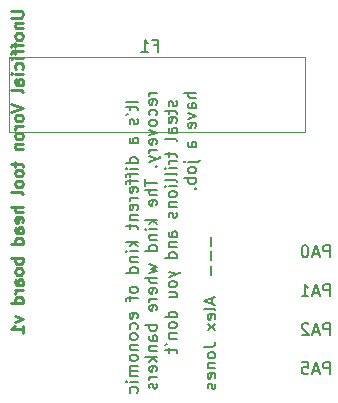
<source format=gbr>
G04 #@! TF.GenerationSoftware,KiCad,Pcbnew,(5.1.5)-3*
G04 #@! TF.CreationDate,2020-07-07T21:27:08-07:00*
G04 #@! TF.ProjectId,tool_head,746f6f6c-5f68-4656-9164-2e6b69636164,B*
G04 #@! TF.SameCoordinates,Original*
G04 #@! TF.FileFunction,Legend,Bot*
G04 #@! TF.FilePolarity,Positive*
%FSLAX46Y46*%
G04 Gerber Fmt 4.6, Leading zero omitted, Abs format (unit mm)*
G04 Created by KiCad (PCBNEW (5.1.5)-3) date 2020-07-07 21:27:08*
%MOMM*%
%LPD*%
G04 APERTURE LIST*
%ADD10C,0.150000*%
%ADD11C,0.250000*%
%ADD12C,0.120000*%
G04 APERTURE END LIST*
D10*
X158822380Y-49347500D02*
X157822380Y-49347500D01*
X158155714Y-49680833D02*
X158155714Y-50061785D01*
X157822380Y-49823690D02*
X158679523Y-49823690D01*
X158774761Y-49871309D01*
X158822380Y-49966547D01*
X158822380Y-50061785D01*
X157822380Y-50442738D02*
X158012857Y-50347500D01*
X158774761Y-50823690D02*
X158822380Y-50918928D01*
X158822380Y-51109404D01*
X158774761Y-51204642D01*
X158679523Y-51252261D01*
X158631904Y-51252261D01*
X158536666Y-51204642D01*
X158489047Y-51109404D01*
X158489047Y-50966547D01*
X158441428Y-50871309D01*
X158346190Y-50823690D01*
X158298571Y-50823690D01*
X158203333Y-50871309D01*
X158155714Y-50966547D01*
X158155714Y-51109404D01*
X158203333Y-51204642D01*
X158822380Y-52871309D02*
X158298571Y-52871309D01*
X158203333Y-52823690D01*
X158155714Y-52728452D01*
X158155714Y-52537976D01*
X158203333Y-52442738D01*
X158774761Y-52871309D02*
X158822380Y-52776071D01*
X158822380Y-52537976D01*
X158774761Y-52442738D01*
X158679523Y-52395119D01*
X158584285Y-52395119D01*
X158489047Y-52442738D01*
X158441428Y-52537976D01*
X158441428Y-52776071D01*
X158393809Y-52871309D01*
X158822380Y-54537976D02*
X157822380Y-54537976D01*
X158774761Y-54537976D02*
X158822380Y-54442738D01*
X158822380Y-54252261D01*
X158774761Y-54157023D01*
X158727142Y-54109404D01*
X158631904Y-54061785D01*
X158346190Y-54061785D01*
X158250952Y-54109404D01*
X158203333Y-54157023D01*
X158155714Y-54252261D01*
X158155714Y-54442738D01*
X158203333Y-54537976D01*
X158822380Y-55014166D02*
X158155714Y-55014166D01*
X157822380Y-55014166D02*
X157870000Y-54966547D01*
X157917619Y-55014166D01*
X157870000Y-55061785D01*
X157822380Y-55014166D01*
X157917619Y-55014166D01*
X158155714Y-55347500D02*
X158155714Y-55728452D01*
X158822380Y-55490357D02*
X157965238Y-55490357D01*
X157870000Y-55537976D01*
X157822380Y-55633214D01*
X157822380Y-55728452D01*
X158155714Y-55918928D02*
X158155714Y-56299880D01*
X158822380Y-56061785D02*
X157965238Y-56061785D01*
X157870000Y-56109404D01*
X157822380Y-56204642D01*
X157822380Y-56299880D01*
X158774761Y-57014166D02*
X158822380Y-56918928D01*
X158822380Y-56728452D01*
X158774761Y-56633214D01*
X158679523Y-56585595D01*
X158298571Y-56585595D01*
X158203333Y-56633214D01*
X158155714Y-56728452D01*
X158155714Y-56918928D01*
X158203333Y-57014166D01*
X158298571Y-57061785D01*
X158393809Y-57061785D01*
X158489047Y-56585595D01*
X158822380Y-57490357D02*
X158155714Y-57490357D01*
X158346190Y-57490357D02*
X158250952Y-57537976D01*
X158203333Y-57585595D01*
X158155714Y-57680833D01*
X158155714Y-57776071D01*
X158774761Y-58490357D02*
X158822380Y-58395119D01*
X158822380Y-58204642D01*
X158774761Y-58109404D01*
X158679523Y-58061785D01*
X158298571Y-58061785D01*
X158203333Y-58109404D01*
X158155714Y-58204642D01*
X158155714Y-58395119D01*
X158203333Y-58490357D01*
X158298571Y-58537976D01*
X158393809Y-58537976D01*
X158489047Y-58061785D01*
X158155714Y-58966547D02*
X158822380Y-58966547D01*
X158250952Y-58966547D02*
X158203333Y-59014166D01*
X158155714Y-59109404D01*
X158155714Y-59252261D01*
X158203333Y-59347500D01*
X158298571Y-59395119D01*
X158822380Y-59395119D01*
X158155714Y-59728452D02*
X158155714Y-60109404D01*
X157822380Y-59871309D02*
X158679523Y-59871309D01*
X158774761Y-59918928D01*
X158822380Y-60014166D01*
X158822380Y-60109404D01*
X158822380Y-61204642D02*
X157822380Y-61204642D01*
X158441428Y-61299880D02*
X158822380Y-61585595D01*
X158155714Y-61585595D02*
X158536666Y-61204642D01*
X158822380Y-62014166D02*
X158155714Y-62014166D01*
X157822380Y-62014166D02*
X157870000Y-61966547D01*
X157917619Y-62014166D01*
X157870000Y-62061785D01*
X157822380Y-62014166D01*
X157917619Y-62014166D01*
X158155714Y-62490357D02*
X158822380Y-62490357D01*
X158250952Y-62490357D02*
X158203333Y-62537976D01*
X158155714Y-62633214D01*
X158155714Y-62776071D01*
X158203333Y-62871309D01*
X158298571Y-62918928D01*
X158822380Y-62918928D01*
X158822380Y-63823690D02*
X157822380Y-63823690D01*
X158774761Y-63823690D02*
X158822380Y-63728452D01*
X158822380Y-63537976D01*
X158774761Y-63442738D01*
X158727142Y-63395119D01*
X158631904Y-63347500D01*
X158346190Y-63347500D01*
X158250952Y-63395119D01*
X158203333Y-63442738D01*
X158155714Y-63537976D01*
X158155714Y-63728452D01*
X158203333Y-63823690D01*
X158822380Y-65204642D02*
X158774761Y-65109404D01*
X158727142Y-65061785D01*
X158631904Y-65014166D01*
X158346190Y-65014166D01*
X158250952Y-65061785D01*
X158203333Y-65109404D01*
X158155714Y-65204642D01*
X158155714Y-65347500D01*
X158203333Y-65442738D01*
X158250952Y-65490357D01*
X158346190Y-65537976D01*
X158631904Y-65537976D01*
X158727142Y-65490357D01*
X158774761Y-65442738D01*
X158822380Y-65347500D01*
X158822380Y-65204642D01*
X158155714Y-65823690D02*
X158155714Y-66204642D01*
X158822380Y-65966547D02*
X157965238Y-65966547D01*
X157870000Y-66014166D01*
X157822380Y-66109404D01*
X157822380Y-66204642D01*
X158774761Y-67680833D02*
X158822380Y-67585595D01*
X158822380Y-67395119D01*
X158774761Y-67299880D01*
X158679523Y-67252261D01*
X158298571Y-67252261D01*
X158203333Y-67299880D01*
X158155714Y-67395119D01*
X158155714Y-67585595D01*
X158203333Y-67680833D01*
X158298571Y-67728452D01*
X158393809Y-67728452D01*
X158489047Y-67252261D01*
X158774761Y-68585595D02*
X158822380Y-68490357D01*
X158822380Y-68299880D01*
X158774761Y-68204642D01*
X158727142Y-68157023D01*
X158631904Y-68109404D01*
X158346190Y-68109404D01*
X158250952Y-68157023D01*
X158203333Y-68204642D01*
X158155714Y-68299880D01*
X158155714Y-68490357D01*
X158203333Y-68585595D01*
X158822380Y-69157023D02*
X158774761Y-69061785D01*
X158727142Y-69014166D01*
X158631904Y-68966547D01*
X158346190Y-68966547D01*
X158250952Y-69014166D01*
X158203333Y-69061785D01*
X158155714Y-69157023D01*
X158155714Y-69299880D01*
X158203333Y-69395119D01*
X158250952Y-69442738D01*
X158346190Y-69490357D01*
X158631904Y-69490357D01*
X158727142Y-69442738D01*
X158774761Y-69395119D01*
X158822380Y-69299880D01*
X158822380Y-69157023D01*
X158155714Y-69918928D02*
X158822380Y-69918928D01*
X158250952Y-69918928D02*
X158203333Y-69966547D01*
X158155714Y-70061785D01*
X158155714Y-70204642D01*
X158203333Y-70299880D01*
X158298571Y-70347500D01*
X158822380Y-70347500D01*
X158822380Y-70966547D02*
X158774761Y-70871309D01*
X158727142Y-70823690D01*
X158631904Y-70776071D01*
X158346190Y-70776071D01*
X158250952Y-70823690D01*
X158203333Y-70871309D01*
X158155714Y-70966547D01*
X158155714Y-71109404D01*
X158203333Y-71204642D01*
X158250952Y-71252261D01*
X158346190Y-71299880D01*
X158631904Y-71299880D01*
X158727142Y-71252261D01*
X158774761Y-71204642D01*
X158822380Y-71109404D01*
X158822380Y-70966547D01*
X158822380Y-71728452D02*
X158155714Y-71728452D01*
X158250952Y-71728452D02*
X158203333Y-71776071D01*
X158155714Y-71871309D01*
X158155714Y-72014166D01*
X158203333Y-72109404D01*
X158298571Y-72157023D01*
X158822380Y-72157023D01*
X158298571Y-72157023D02*
X158203333Y-72204642D01*
X158155714Y-72299880D01*
X158155714Y-72442738D01*
X158203333Y-72537976D01*
X158298571Y-72585595D01*
X158822380Y-72585595D01*
X158822380Y-73061785D02*
X158155714Y-73061785D01*
X157822380Y-73061785D02*
X157870000Y-73014166D01*
X157917619Y-73061785D01*
X157870000Y-73109404D01*
X157822380Y-73061785D01*
X157917619Y-73061785D01*
X158774761Y-73966547D02*
X158822380Y-73871309D01*
X158822380Y-73680833D01*
X158774761Y-73585595D01*
X158727142Y-73537976D01*
X158631904Y-73490357D01*
X158346190Y-73490357D01*
X158250952Y-73537976D01*
X158203333Y-73585595D01*
X158155714Y-73680833D01*
X158155714Y-73871309D01*
X158203333Y-73966547D01*
X160472380Y-48585595D02*
X159805714Y-48585595D01*
X159996190Y-48585595D02*
X159900952Y-48633214D01*
X159853333Y-48680833D01*
X159805714Y-48776071D01*
X159805714Y-48871309D01*
X160424761Y-49585595D02*
X160472380Y-49490357D01*
X160472380Y-49299880D01*
X160424761Y-49204642D01*
X160329523Y-49157023D01*
X159948571Y-49157023D01*
X159853333Y-49204642D01*
X159805714Y-49299880D01*
X159805714Y-49490357D01*
X159853333Y-49585595D01*
X159948571Y-49633214D01*
X160043809Y-49633214D01*
X160139047Y-49157023D01*
X160424761Y-50490357D02*
X160472380Y-50395119D01*
X160472380Y-50204642D01*
X160424761Y-50109404D01*
X160377142Y-50061785D01*
X160281904Y-50014166D01*
X159996190Y-50014166D01*
X159900952Y-50061785D01*
X159853333Y-50109404D01*
X159805714Y-50204642D01*
X159805714Y-50395119D01*
X159853333Y-50490357D01*
X160472380Y-51061785D02*
X160424761Y-50966547D01*
X160377142Y-50918928D01*
X160281904Y-50871309D01*
X159996190Y-50871309D01*
X159900952Y-50918928D01*
X159853333Y-50966547D01*
X159805714Y-51061785D01*
X159805714Y-51204642D01*
X159853333Y-51299880D01*
X159900952Y-51347500D01*
X159996190Y-51395119D01*
X160281904Y-51395119D01*
X160377142Y-51347500D01*
X160424761Y-51299880D01*
X160472380Y-51204642D01*
X160472380Y-51061785D01*
X159805714Y-51728452D02*
X160472380Y-51966547D01*
X159805714Y-52204642D01*
X160424761Y-52966547D02*
X160472380Y-52871309D01*
X160472380Y-52680833D01*
X160424761Y-52585595D01*
X160329523Y-52537976D01*
X159948571Y-52537976D01*
X159853333Y-52585595D01*
X159805714Y-52680833D01*
X159805714Y-52871309D01*
X159853333Y-52966547D01*
X159948571Y-53014166D01*
X160043809Y-53014166D01*
X160139047Y-52537976D01*
X160472380Y-53442738D02*
X159805714Y-53442738D01*
X159996190Y-53442738D02*
X159900952Y-53490357D01*
X159853333Y-53537976D01*
X159805714Y-53633214D01*
X159805714Y-53728452D01*
X159805714Y-53966547D02*
X160472380Y-54204642D01*
X159805714Y-54442738D02*
X160472380Y-54204642D01*
X160710476Y-54109404D01*
X160758095Y-54061785D01*
X160805714Y-53966547D01*
X160377142Y-54823690D02*
X160424761Y-54871309D01*
X160472380Y-54823690D01*
X160424761Y-54776071D01*
X160377142Y-54823690D01*
X160472380Y-54823690D01*
X159472380Y-55918928D02*
X159472380Y-56490357D01*
X160472380Y-56204642D02*
X159472380Y-56204642D01*
X160472380Y-56823690D02*
X159472380Y-56823690D01*
X160472380Y-57252261D02*
X159948571Y-57252261D01*
X159853333Y-57204642D01*
X159805714Y-57109404D01*
X159805714Y-56966547D01*
X159853333Y-56871309D01*
X159900952Y-56823690D01*
X160424761Y-58109404D02*
X160472380Y-58014166D01*
X160472380Y-57823690D01*
X160424761Y-57728452D01*
X160329523Y-57680833D01*
X159948571Y-57680833D01*
X159853333Y-57728452D01*
X159805714Y-57823690D01*
X159805714Y-58014166D01*
X159853333Y-58109404D01*
X159948571Y-58157023D01*
X160043809Y-58157023D01*
X160139047Y-57680833D01*
X160472380Y-59347500D02*
X159472380Y-59347500D01*
X160091428Y-59442738D02*
X160472380Y-59728452D01*
X159805714Y-59728452D02*
X160186666Y-59347500D01*
X160472380Y-60157023D02*
X159805714Y-60157023D01*
X159472380Y-60157023D02*
X159520000Y-60109404D01*
X159567619Y-60157023D01*
X159520000Y-60204642D01*
X159472380Y-60157023D01*
X159567619Y-60157023D01*
X159805714Y-60633214D02*
X160472380Y-60633214D01*
X159900952Y-60633214D02*
X159853333Y-60680833D01*
X159805714Y-60776071D01*
X159805714Y-60918928D01*
X159853333Y-61014166D01*
X159948571Y-61061785D01*
X160472380Y-61061785D01*
X160472380Y-61966547D02*
X159472380Y-61966547D01*
X160424761Y-61966547D02*
X160472380Y-61871309D01*
X160472380Y-61680833D01*
X160424761Y-61585595D01*
X160377142Y-61537976D01*
X160281904Y-61490357D01*
X159996190Y-61490357D01*
X159900952Y-61537976D01*
X159853333Y-61585595D01*
X159805714Y-61680833D01*
X159805714Y-61871309D01*
X159853333Y-61966547D01*
X159805714Y-63109404D02*
X160472380Y-63299880D01*
X159996190Y-63490357D01*
X160472380Y-63680833D01*
X159805714Y-63871309D01*
X160472380Y-64252261D02*
X159472380Y-64252261D01*
X160472380Y-64680833D02*
X159948571Y-64680833D01*
X159853333Y-64633214D01*
X159805714Y-64537976D01*
X159805714Y-64395119D01*
X159853333Y-64299880D01*
X159900952Y-64252261D01*
X160424761Y-65537976D02*
X160472380Y-65442738D01*
X160472380Y-65252261D01*
X160424761Y-65157023D01*
X160329523Y-65109404D01*
X159948571Y-65109404D01*
X159853333Y-65157023D01*
X159805714Y-65252261D01*
X159805714Y-65442738D01*
X159853333Y-65537976D01*
X159948571Y-65585595D01*
X160043809Y-65585595D01*
X160139047Y-65109404D01*
X160472380Y-66014166D02*
X159805714Y-66014166D01*
X159996190Y-66014166D02*
X159900952Y-66061785D01*
X159853333Y-66109404D01*
X159805714Y-66204642D01*
X159805714Y-66299880D01*
X160424761Y-67014166D02*
X160472380Y-66918928D01*
X160472380Y-66728452D01*
X160424761Y-66633214D01*
X160329523Y-66585595D01*
X159948571Y-66585595D01*
X159853333Y-66633214D01*
X159805714Y-66728452D01*
X159805714Y-66918928D01*
X159853333Y-67014166D01*
X159948571Y-67061785D01*
X160043809Y-67061785D01*
X160139047Y-66585595D01*
X160472380Y-68252261D02*
X159472380Y-68252261D01*
X159853333Y-68252261D02*
X159805714Y-68347500D01*
X159805714Y-68537976D01*
X159853333Y-68633214D01*
X159900952Y-68680833D01*
X159996190Y-68728452D01*
X160281904Y-68728452D01*
X160377142Y-68680833D01*
X160424761Y-68633214D01*
X160472380Y-68537976D01*
X160472380Y-68347500D01*
X160424761Y-68252261D01*
X160472380Y-69585595D02*
X159948571Y-69585595D01*
X159853333Y-69537976D01*
X159805714Y-69442738D01*
X159805714Y-69252261D01*
X159853333Y-69157023D01*
X160424761Y-69585595D02*
X160472380Y-69490357D01*
X160472380Y-69252261D01*
X160424761Y-69157023D01*
X160329523Y-69109404D01*
X160234285Y-69109404D01*
X160139047Y-69157023D01*
X160091428Y-69252261D01*
X160091428Y-69490357D01*
X160043809Y-69585595D01*
X159805714Y-70061785D02*
X160472380Y-70061785D01*
X159900952Y-70061785D02*
X159853333Y-70109404D01*
X159805714Y-70204642D01*
X159805714Y-70347500D01*
X159853333Y-70442738D01*
X159948571Y-70490357D01*
X160472380Y-70490357D01*
X160472380Y-70966547D02*
X159472380Y-70966547D01*
X160091428Y-71061785D02*
X160472380Y-71347500D01*
X159805714Y-71347500D02*
X160186666Y-70966547D01*
X160424761Y-72157023D02*
X160472380Y-72061785D01*
X160472380Y-71871309D01*
X160424761Y-71776071D01*
X160329523Y-71728452D01*
X159948571Y-71728452D01*
X159853333Y-71776071D01*
X159805714Y-71871309D01*
X159805714Y-72061785D01*
X159853333Y-72157023D01*
X159948571Y-72204642D01*
X160043809Y-72204642D01*
X160139047Y-71728452D01*
X160472380Y-72633214D02*
X159805714Y-72633214D01*
X159996190Y-72633214D02*
X159900952Y-72680833D01*
X159853333Y-72728452D01*
X159805714Y-72823690D01*
X159805714Y-72918928D01*
X160424761Y-73204642D02*
X160472380Y-73299880D01*
X160472380Y-73490357D01*
X160424761Y-73585595D01*
X160329523Y-73633214D01*
X160281904Y-73633214D01*
X160186666Y-73585595D01*
X160139047Y-73490357D01*
X160139047Y-73347500D01*
X160091428Y-73252261D01*
X159996190Y-73204642D01*
X159948571Y-73204642D01*
X159853333Y-73252261D01*
X159805714Y-73347500D01*
X159805714Y-73490357D01*
X159853333Y-73585595D01*
X162074761Y-49299880D02*
X162122380Y-49395119D01*
X162122380Y-49585595D01*
X162074761Y-49680833D01*
X161979523Y-49728452D01*
X161931904Y-49728452D01*
X161836666Y-49680833D01*
X161789047Y-49585595D01*
X161789047Y-49442738D01*
X161741428Y-49347500D01*
X161646190Y-49299880D01*
X161598571Y-49299880D01*
X161503333Y-49347500D01*
X161455714Y-49442738D01*
X161455714Y-49585595D01*
X161503333Y-49680833D01*
X161455714Y-50014166D02*
X161455714Y-50395119D01*
X161122380Y-50157023D02*
X161979523Y-50157023D01*
X162074761Y-50204642D01*
X162122380Y-50299880D01*
X162122380Y-50395119D01*
X162074761Y-51109404D02*
X162122380Y-51014166D01*
X162122380Y-50823690D01*
X162074761Y-50728452D01*
X161979523Y-50680833D01*
X161598571Y-50680833D01*
X161503333Y-50728452D01*
X161455714Y-50823690D01*
X161455714Y-51014166D01*
X161503333Y-51109404D01*
X161598571Y-51157023D01*
X161693809Y-51157023D01*
X161789047Y-50680833D01*
X162122380Y-52014166D02*
X161598571Y-52014166D01*
X161503333Y-51966547D01*
X161455714Y-51871309D01*
X161455714Y-51680833D01*
X161503333Y-51585595D01*
X162074761Y-52014166D02*
X162122380Y-51918928D01*
X162122380Y-51680833D01*
X162074761Y-51585595D01*
X161979523Y-51537976D01*
X161884285Y-51537976D01*
X161789047Y-51585595D01*
X161741428Y-51680833D01*
X161741428Y-51918928D01*
X161693809Y-52014166D01*
X162122380Y-52633214D02*
X162074761Y-52537976D01*
X161979523Y-52490357D01*
X161122380Y-52490357D01*
X161455714Y-53633214D02*
X161455714Y-54014166D01*
X161122380Y-53776071D02*
X161979523Y-53776071D01*
X162074761Y-53823690D01*
X162122380Y-53918928D01*
X162122380Y-54014166D01*
X162122380Y-54347500D02*
X161455714Y-54347500D01*
X161646190Y-54347500D02*
X161550952Y-54395119D01*
X161503333Y-54442738D01*
X161455714Y-54537976D01*
X161455714Y-54633214D01*
X162122380Y-54966547D02*
X161455714Y-54966547D01*
X161122380Y-54966547D02*
X161170000Y-54918928D01*
X161217619Y-54966547D01*
X161170000Y-55014166D01*
X161122380Y-54966547D01*
X161217619Y-54966547D01*
X162122380Y-55585595D02*
X162074761Y-55490357D01*
X161979523Y-55442738D01*
X161122380Y-55442738D01*
X162122380Y-56109404D02*
X162074761Y-56014166D01*
X161979523Y-55966547D01*
X161122380Y-55966547D01*
X162122380Y-56490357D02*
X161455714Y-56490357D01*
X161122380Y-56490357D02*
X161170000Y-56442738D01*
X161217619Y-56490357D01*
X161170000Y-56537976D01*
X161122380Y-56490357D01*
X161217619Y-56490357D01*
X162122380Y-57109404D02*
X162074761Y-57014166D01*
X162027142Y-56966547D01*
X161931904Y-56918928D01*
X161646190Y-56918928D01*
X161550952Y-56966547D01*
X161503333Y-57014166D01*
X161455714Y-57109404D01*
X161455714Y-57252261D01*
X161503333Y-57347500D01*
X161550952Y-57395119D01*
X161646190Y-57442738D01*
X161931904Y-57442738D01*
X162027142Y-57395119D01*
X162074761Y-57347500D01*
X162122380Y-57252261D01*
X162122380Y-57109404D01*
X161455714Y-57871309D02*
X162122380Y-57871309D01*
X161550952Y-57871309D02*
X161503333Y-57918928D01*
X161455714Y-58014166D01*
X161455714Y-58157023D01*
X161503333Y-58252261D01*
X161598571Y-58299880D01*
X162122380Y-58299880D01*
X162074761Y-58728452D02*
X162122380Y-58823690D01*
X162122380Y-59014166D01*
X162074761Y-59109404D01*
X161979523Y-59157023D01*
X161931904Y-59157023D01*
X161836666Y-59109404D01*
X161789047Y-59014166D01*
X161789047Y-58871309D01*
X161741428Y-58776071D01*
X161646190Y-58728452D01*
X161598571Y-58728452D01*
X161503333Y-58776071D01*
X161455714Y-58871309D01*
X161455714Y-59014166D01*
X161503333Y-59109404D01*
X162122380Y-60776071D02*
X161598571Y-60776071D01*
X161503333Y-60728452D01*
X161455714Y-60633214D01*
X161455714Y-60442738D01*
X161503333Y-60347500D01*
X162074761Y-60776071D02*
X162122380Y-60680833D01*
X162122380Y-60442738D01*
X162074761Y-60347500D01*
X161979523Y-60299880D01*
X161884285Y-60299880D01*
X161789047Y-60347500D01*
X161741428Y-60442738D01*
X161741428Y-60680833D01*
X161693809Y-60776071D01*
X161455714Y-61252261D02*
X162122380Y-61252261D01*
X161550952Y-61252261D02*
X161503333Y-61299880D01*
X161455714Y-61395119D01*
X161455714Y-61537976D01*
X161503333Y-61633214D01*
X161598571Y-61680833D01*
X162122380Y-61680833D01*
X162122380Y-62585595D02*
X161122380Y-62585595D01*
X162074761Y-62585595D02*
X162122380Y-62490357D01*
X162122380Y-62299880D01*
X162074761Y-62204642D01*
X162027142Y-62157023D01*
X161931904Y-62109404D01*
X161646190Y-62109404D01*
X161550952Y-62157023D01*
X161503333Y-62204642D01*
X161455714Y-62299880D01*
X161455714Y-62490357D01*
X161503333Y-62585595D01*
X161455714Y-63728452D02*
X162122380Y-63966547D01*
X161455714Y-64204642D02*
X162122380Y-63966547D01*
X162360476Y-63871309D01*
X162408095Y-63823690D01*
X162455714Y-63728452D01*
X162122380Y-64728452D02*
X162074761Y-64633214D01*
X162027142Y-64585595D01*
X161931904Y-64537976D01*
X161646190Y-64537976D01*
X161550952Y-64585595D01*
X161503333Y-64633214D01*
X161455714Y-64728452D01*
X161455714Y-64871309D01*
X161503333Y-64966547D01*
X161550952Y-65014166D01*
X161646190Y-65061785D01*
X161931904Y-65061785D01*
X162027142Y-65014166D01*
X162074761Y-64966547D01*
X162122380Y-64871309D01*
X162122380Y-64728452D01*
X161455714Y-65918928D02*
X162122380Y-65918928D01*
X161455714Y-65490357D02*
X161979523Y-65490357D01*
X162074761Y-65537976D01*
X162122380Y-65633214D01*
X162122380Y-65776071D01*
X162074761Y-65871309D01*
X162027142Y-65918928D01*
X162122380Y-67585595D02*
X161122380Y-67585595D01*
X162074761Y-67585595D02*
X162122380Y-67490357D01*
X162122380Y-67299880D01*
X162074761Y-67204642D01*
X162027142Y-67157023D01*
X161931904Y-67109404D01*
X161646190Y-67109404D01*
X161550952Y-67157023D01*
X161503333Y-67204642D01*
X161455714Y-67299880D01*
X161455714Y-67490357D01*
X161503333Y-67585595D01*
X162122380Y-68204642D02*
X162074761Y-68109404D01*
X162027142Y-68061785D01*
X161931904Y-68014166D01*
X161646190Y-68014166D01*
X161550952Y-68061785D01*
X161503333Y-68109404D01*
X161455714Y-68204642D01*
X161455714Y-68347500D01*
X161503333Y-68442738D01*
X161550952Y-68490357D01*
X161646190Y-68537976D01*
X161931904Y-68537976D01*
X162027142Y-68490357D01*
X162074761Y-68442738D01*
X162122380Y-68347500D01*
X162122380Y-68204642D01*
X161455714Y-68966547D02*
X162122380Y-68966547D01*
X161550952Y-68966547D02*
X161503333Y-69014166D01*
X161455714Y-69109404D01*
X161455714Y-69252261D01*
X161503333Y-69347500D01*
X161598571Y-69395119D01*
X162122380Y-69395119D01*
X161122380Y-69918928D02*
X161312857Y-69823690D01*
X161455714Y-70204642D02*
X161455714Y-70585595D01*
X161122380Y-70347500D02*
X161979523Y-70347500D01*
X162074761Y-70395119D01*
X162122380Y-70490357D01*
X162122380Y-70585595D01*
X163772380Y-48585595D02*
X162772380Y-48585595D01*
X163772380Y-49014166D02*
X163248571Y-49014166D01*
X163153333Y-48966547D01*
X163105714Y-48871309D01*
X163105714Y-48728452D01*
X163153333Y-48633214D01*
X163200952Y-48585595D01*
X163772380Y-49918928D02*
X163248571Y-49918928D01*
X163153333Y-49871309D01*
X163105714Y-49776071D01*
X163105714Y-49585595D01*
X163153333Y-49490357D01*
X163724761Y-49918928D02*
X163772380Y-49823690D01*
X163772380Y-49585595D01*
X163724761Y-49490357D01*
X163629523Y-49442738D01*
X163534285Y-49442738D01*
X163439047Y-49490357D01*
X163391428Y-49585595D01*
X163391428Y-49823690D01*
X163343809Y-49918928D01*
X163105714Y-50299880D02*
X163772380Y-50537976D01*
X163105714Y-50776071D01*
X163724761Y-51537976D02*
X163772380Y-51442738D01*
X163772380Y-51252261D01*
X163724761Y-51157023D01*
X163629523Y-51109404D01*
X163248571Y-51109404D01*
X163153333Y-51157023D01*
X163105714Y-51252261D01*
X163105714Y-51442738D01*
X163153333Y-51537976D01*
X163248571Y-51585595D01*
X163343809Y-51585595D01*
X163439047Y-51109404D01*
X163772380Y-53204642D02*
X163248571Y-53204642D01*
X163153333Y-53157023D01*
X163105714Y-53061785D01*
X163105714Y-52871309D01*
X163153333Y-52776071D01*
X163724761Y-53204642D02*
X163772380Y-53109404D01*
X163772380Y-52871309D01*
X163724761Y-52776071D01*
X163629523Y-52728452D01*
X163534285Y-52728452D01*
X163439047Y-52776071D01*
X163391428Y-52871309D01*
X163391428Y-53109404D01*
X163343809Y-53204642D01*
X163105714Y-54442738D02*
X163962857Y-54442738D01*
X164058095Y-54395119D01*
X164105714Y-54299880D01*
X164105714Y-54252261D01*
X162772380Y-54442738D02*
X162820000Y-54395119D01*
X162867619Y-54442738D01*
X162820000Y-54490357D01*
X162772380Y-54442738D01*
X162867619Y-54442738D01*
X163772380Y-55061785D02*
X163724761Y-54966547D01*
X163677142Y-54918928D01*
X163581904Y-54871309D01*
X163296190Y-54871309D01*
X163200952Y-54918928D01*
X163153333Y-54966547D01*
X163105714Y-55061785D01*
X163105714Y-55204642D01*
X163153333Y-55299880D01*
X163200952Y-55347500D01*
X163296190Y-55395119D01*
X163581904Y-55395119D01*
X163677142Y-55347500D01*
X163724761Y-55299880D01*
X163772380Y-55204642D01*
X163772380Y-55061785D01*
X163772380Y-55823690D02*
X162772380Y-55823690D01*
X163153333Y-55823690D02*
X163105714Y-55918928D01*
X163105714Y-56109404D01*
X163153333Y-56204642D01*
X163200952Y-56252261D01*
X163296190Y-56299880D01*
X163581904Y-56299880D01*
X163677142Y-56252261D01*
X163724761Y-56204642D01*
X163772380Y-56109404D01*
X163772380Y-55918928D01*
X163724761Y-55823690D01*
X163677142Y-56728452D02*
X163724761Y-56776071D01*
X163772380Y-56728452D01*
X163724761Y-56680833D01*
X163677142Y-56728452D01*
X163772380Y-56728452D01*
X165041428Y-60776071D02*
X165041428Y-61537976D01*
X165041428Y-62014166D02*
X165041428Y-62776071D01*
X165041428Y-63252261D02*
X165041428Y-64014166D01*
X165136666Y-65966547D02*
X165136666Y-66442738D01*
X165422380Y-65871309D02*
X164422380Y-66204642D01*
X165422380Y-66537976D01*
X165422380Y-67014166D02*
X165374761Y-66918928D01*
X165279523Y-66871309D01*
X164422380Y-66871309D01*
X165374761Y-67776071D02*
X165422380Y-67680833D01*
X165422380Y-67490357D01*
X165374761Y-67395119D01*
X165279523Y-67347500D01*
X164898571Y-67347500D01*
X164803333Y-67395119D01*
X164755714Y-67490357D01*
X164755714Y-67680833D01*
X164803333Y-67776071D01*
X164898571Y-67823690D01*
X164993809Y-67823690D01*
X165089047Y-67347500D01*
X165422380Y-68157023D02*
X164755714Y-68680833D01*
X164755714Y-68157023D02*
X165422380Y-68680833D01*
X164422380Y-70109404D02*
X165136666Y-70109404D01*
X165279523Y-70061785D01*
X165374761Y-69966547D01*
X165422380Y-69823690D01*
X165422380Y-69728452D01*
X165422380Y-70728452D02*
X165374761Y-70633214D01*
X165327142Y-70585595D01*
X165231904Y-70537976D01*
X164946190Y-70537976D01*
X164850952Y-70585595D01*
X164803333Y-70633214D01*
X164755714Y-70728452D01*
X164755714Y-70871309D01*
X164803333Y-70966547D01*
X164850952Y-71014166D01*
X164946190Y-71061785D01*
X165231904Y-71061785D01*
X165327142Y-71014166D01*
X165374761Y-70966547D01*
X165422380Y-70871309D01*
X165422380Y-70728452D01*
X164755714Y-71490357D02*
X165422380Y-71490357D01*
X164850952Y-71490357D02*
X164803333Y-71537976D01*
X164755714Y-71633214D01*
X164755714Y-71776071D01*
X164803333Y-71871309D01*
X164898571Y-71918928D01*
X165422380Y-71918928D01*
X165374761Y-72776071D02*
X165422380Y-72680833D01*
X165422380Y-72490357D01*
X165374761Y-72395119D01*
X165279523Y-72347500D01*
X164898571Y-72347500D01*
X164803333Y-72395119D01*
X164755714Y-72490357D01*
X164755714Y-72680833D01*
X164803333Y-72776071D01*
X164898571Y-72823690D01*
X164993809Y-72823690D01*
X165089047Y-72347500D01*
X165374761Y-73204642D02*
X165422380Y-73299880D01*
X165422380Y-73490357D01*
X165374761Y-73585595D01*
X165279523Y-73633214D01*
X165231904Y-73633214D01*
X165136666Y-73585595D01*
X165089047Y-73490357D01*
X165089047Y-73347500D01*
X165041428Y-73252261D01*
X164946190Y-73204642D01*
X164898571Y-73204642D01*
X164803333Y-73252261D01*
X164755714Y-73347500D01*
X164755714Y-73490357D01*
X164803333Y-73585595D01*
X175086666Y-62502380D02*
X175086666Y-61502380D01*
X174705714Y-61502380D01*
X174610476Y-61550000D01*
X174562857Y-61597619D01*
X174515238Y-61692857D01*
X174515238Y-61835714D01*
X174562857Y-61930952D01*
X174610476Y-61978571D01*
X174705714Y-62026190D01*
X175086666Y-62026190D01*
X174134285Y-62216666D02*
X173658095Y-62216666D01*
X174229523Y-62502380D02*
X173896190Y-61502380D01*
X173562857Y-62502380D01*
X173039047Y-61502380D02*
X172943809Y-61502380D01*
X172848571Y-61550000D01*
X172800952Y-61597619D01*
X172753333Y-61692857D01*
X172705714Y-61883333D01*
X172705714Y-62121428D01*
X172753333Y-62311904D01*
X172800952Y-62407142D01*
X172848571Y-62454761D01*
X172943809Y-62502380D01*
X173039047Y-62502380D01*
X173134285Y-62454761D01*
X173181904Y-62407142D01*
X173229523Y-62311904D01*
X173277142Y-62121428D01*
X173277142Y-61883333D01*
X173229523Y-61692857D01*
X173181904Y-61597619D01*
X173134285Y-61550000D01*
X173039047Y-61502380D01*
X175086666Y-65802380D02*
X175086666Y-64802380D01*
X174705714Y-64802380D01*
X174610476Y-64850000D01*
X174562857Y-64897619D01*
X174515238Y-64992857D01*
X174515238Y-65135714D01*
X174562857Y-65230952D01*
X174610476Y-65278571D01*
X174705714Y-65326190D01*
X175086666Y-65326190D01*
X174134285Y-65516666D02*
X173658095Y-65516666D01*
X174229523Y-65802380D02*
X173896190Y-64802380D01*
X173562857Y-65802380D01*
X172705714Y-65802380D02*
X173277142Y-65802380D01*
X172991428Y-65802380D02*
X172991428Y-64802380D01*
X173086666Y-64945238D01*
X173181904Y-65040476D01*
X173277142Y-65088095D01*
X175086666Y-69102380D02*
X175086666Y-68102380D01*
X174705714Y-68102380D01*
X174610476Y-68150000D01*
X174562857Y-68197619D01*
X174515238Y-68292857D01*
X174515238Y-68435714D01*
X174562857Y-68530952D01*
X174610476Y-68578571D01*
X174705714Y-68626190D01*
X175086666Y-68626190D01*
X174134285Y-68816666D02*
X173658095Y-68816666D01*
X174229523Y-69102380D02*
X173896190Y-68102380D01*
X173562857Y-69102380D01*
X173277142Y-68197619D02*
X173229523Y-68150000D01*
X173134285Y-68102380D01*
X172896190Y-68102380D01*
X172800952Y-68150000D01*
X172753333Y-68197619D01*
X172705714Y-68292857D01*
X172705714Y-68388095D01*
X172753333Y-68530952D01*
X173324761Y-69102380D01*
X172705714Y-69102380D01*
X175086666Y-72402380D02*
X175086666Y-71402380D01*
X174705714Y-71402380D01*
X174610476Y-71450000D01*
X174562857Y-71497619D01*
X174515238Y-71592857D01*
X174515238Y-71735714D01*
X174562857Y-71830952D01*
X174610476Y-71878571D01*
X174705714Y-71926190D01*
X175086666Y-71926190D01*
X174134285Y-72116666D02*
X173658095Y-72116666D01*
X174229523Y-72402380D02*
X173896190Y-71402380D01*
X173562857Y-72402380D01*
X172753333Y-71402380D02*
X173229523Y-71402380D01*
X173277142Y-71878571D01*
X173229523Y-71830952D01*
X173134285Y-71783333D01*
X172896190Y-71783333D01*
X172800952Y-71830952D01*
X172753333Y-71878571D01*
X172705714Y-71973809D01*
X172705714Y-72211904D01*
X172753333Y-72307142D01*
X172800952Y-72354761D01*
X172896190Y-72402380D01*
X173134285Y-72402380D01*
X173229523Y-72354761D01*
X173277142Y-72307142D01*
D11*
X148122380Y-41654761D02*
X148931904Y-41654761D01*
X149027142Y-41702380D01*
X149074761Y-41750000D01*
X149122380Y-41845238D01*
X149122380Y-42035714D01*
X149074761Y-42130952D01*
X149027142Y-42178571D01*
X148931904Y-42226190D01*
X148122380Y-42226190D01*
X148455714Y-42702380D02*
X149122380Y-42702380D01*
X148550952Y-42702380D02*
X148503333Y-42750000D01*
X148455714Y-42845238D01*
X148455714Y-42988095D01*
X148503333Y-43083333D01*
X148598571Y-43130952D01*
X149122380Y-43130952D01*
X149122380Y-43750000D02*
X149074761Y-43654761D01*
X149027142Y-43607142D01*
X148931904Y-43559523D01*
X148646190Y-43559523D01*
X148550952Y-43607142D01*
X148503333Y-43654761D01*
X148455714Y-43750000D01*
X148455714Y-43892857D01*
X148503333Y-43988095D01*
X148550952Y-44035714D01*
X148646190Y-44083333D01*
X148931904Y-44083333D01*
X149027142Y-44035714D01*
X149074761Y-43988095D01*
X149122380Y-43892857D01*
X149122380Y-43750000D01*
X148455714Y-44369047D02*
X148455714Y-44750000D01*
X149122380Y-44511904D02*
X148265238Y-44511904D01*
X148170000Y-44559523D01*
X148122380Y-44654761D01*
X148122380Y-44750000D01*
X148455714Y-44940476D02*
X148455714Y-45321428D01*
X149122380Y-45083333D02*
X148265238Y-45083333D01*
X148170000Y-45130952D01*
X148122380Y-45226190D01*
X148122380Y-45321428D01*
X149122380Y-45654761D02*
X148455714Y-45654761D01*
X148122380Y-45654761D02*
X148170000Y-45607142D01*
X148217619Y-45654761D01*
X148170000Y-45702380D01*
X148122380Y-45654761D01*
X148217619Y-45654761D01*
X149074761Y-46559523D02*
X149122380Y-46464285D01*
X149122380Y-46273809D01*
X149074761Y-46178571D01*
X149027142Y-46130952D01*
X148931904Y-46083333D01*
X148646190Y-46083333D01*
X148550952Y-46130952D01*
X148503333Y-46178571D01*
X148455714Y-46273809D01*
X148455714Y-46464285D01*
X148503333Y-46559523D01*
X149122380Y-46988095D02*
X148455714Y-46988095D01*
X148122380Y-46988095D02*
X148170000Y-46940476D01*
X148217619Y-46988095D01*
X148170000Y-47035714D01*
X148122380Y-46988095D01*
X148217619Y-46988095D01*
X149122380Y-47892857D02*
X148598571Y-47892857D01*
X148503333Y-47845238D01*
X148455714Y-47750000D01*
X148455714Y-47559523D01*
X148503333Y-47464285D01*
X149074761Y-47892857D02*
X149122380Y-47797619D01*
X149122380Y-47559523D01*
X149074761Y-47464285D01*
X148979523Y-47416666D01*
X148884285Y-47416666D01*
X148789047Y-47464285D01*
X148741428Y-47559523D01*
X148741428Y-47797619D01*
X148693809Y-47892857D01*
X149122380Y-48511904D02*
X149074761Y-48416666D01*
X148979523Y-48369047D01*
X148122380Y-48369047D01*
X148122380Y-49511904D02*
X149122380Y-49845238D01*
X148122380Y-50178571D01*
X149122380Y-50654761D02*
X149074761Y-50559523D01*
X149027142Y-50511904D01*
X148931904Y-50464285D01*
X148646190Y-50464285D01*
X148550952Y-50511904D01*
X148503333Y-50559523D01*
X148455714Y-50654761D01*
X148455714Y-50797619D01*
X148503333Y-50892857D01*
X148550952Y-50940476D01*
X148646190Y-50988095D01*
X148931904Y-50988095D01*
X149027142Y-50940476D01*
X149074761Y-50892857D01*
X149122380Y-50797619D01*
X149122380Y-50654761D01*
X149122380Y-51416666D02*
X148455714Y-51416666D01*
X148646190Y-51416666D02*
X148550952Y-51464285D01*
X148503333Y-51511904D01*
X148455714Y-51607142D01*
X148455714Y-51702380D01*
X149122380Y-52178571D02*
X149074761Y-52083333D01*
X149027142Y-52035714D01*
X148931904Y-51988095D01*
X148646190Y-51988095D01*
X148550952Y-52035714D01*
X148503333Y-52083333D01*
X148455714Y-52178571D01*
X148455714Y-52321428D01*
X148503333Y-52416666D01*
X148550952Y-52464285D01*
X148646190Y-52511904D01*
X148931904Y-52511904D01*
X149027142Y-52464285D01*
X149074761Y-52416666D01*
X149122380Y-52321428D01*
X149122380Y-52178571D01*
X148455714Y-52940476D02*
X149122380Y-52940476D01*
X148550952Y-52940476D02*
X148503333Y-52988095D01*
X148455714Y-53083333D01*
X148455714Y-53226190D01*
X148503333Y-53321428D01*
X148598571Y-53369047D01*
X149122380Y-53369047D01*
X148455714Y-54464285D02*
X148455714Y-54845238D01*
X148122380Y-54607142D02*
X148979523Y-54607142D01*
X149074761Y-54654761D01*
X149122380Y-54750000D01*
X149122380Y-54845238D01*
X149122380Y-55321428D02*
X149074761Y-55226190D01*
X149027142Y-55178571D01*
X148931904Y-55130952D01*
X148646190Y-55130952D01*
X148550952Y-55178571D01*
X148503333Y-55226190D01*
X148455714Y-55321428D01*
X148455714Y-55464285D01*
X148503333Y-55559523D01*
X148550952Y-55607142D01*
X148646190Y-55654761D01*
X148931904Y-55654761D01*
X149027142Y-55607142D01*
X149074761Y-55559523D01*
X149122380Y-55464285D01*
X149122380Y-55321428D01*
X149122380Y-56226190D02*
X149074761Y-56130952D01*
X149027142Y-56083333D01*
X148931904Y-56035714D01*
X148646190Y-56035714D01*
X148550952Y-56083333D01*
X148503333Y-56130952D01*
X148455714Y-56226190D01*
X148455714Y-56369047D01*
X148503333Y-56464285D01*
X148550952Y-56511904D01*
X148646190Y-56559523D01*
X148931904Y-56559523D01*
X149027142Y-56511904D01*
X149074761Y-56464285D01*
X149122380Y-56369047D01*
X149122380Y-56226190D01*
X149122380Y-57130952D02*
X149074761Y-57035714D01*
X148979523Y-56988095D01*
X148122380Y-56988095D01*
X149122380Y-58273809D02*
X148122380Y-58273809D01*
X149122380Y-58702380D02*
X148598571Y-58702380D01*
X148503333Y-58654761D01*
X148455714Y-58559523D01*
X148455714Y-58416666D01*
X148503333Y-58321428D01*
X148550952Y-58273809D01*
X149074761Y-59559523D02*
X149122380Y-59464285D01*
X149122380Y-59273809D01*
X149074761Y-59178571D01*
X148979523Y-59130952D01*
X148598571Y-59130952D01*
X148503333Y-59178571D01*
X148455714Y-59273809D01*
X148455714Y-59464285D01*
X148503333Y-59559523D01*
X148598571Y-59607142D01*
X148693809Y-59607142D01*
X148789047Y-59130952D01*
X149122380Y-60464285D02*
X148598571Y-60464285D01*
X148503333Y-60416666D01*
X148455714Y-60321428D01*
X148455714Y-60130952D01*
X148503333Y-60035714D01*
X149074761Y-60464285D02*
X149122380Y-60369047D01*
X149122380Y-60130952D01*
X149074761Y-60035714D01*
X148979523Y-59988095D01*
X148884285Y-59988095D01*
X148789047Y-60035714D01*
X148741428Y-60130952D01*
X148741428Y-60369047D01*
X148693809Y-60464285D01*
X149122380Y-61369047D02*
X148122380Y-61369047D01*
X149074761Y-61369047D02*
X149122380Y-61273809D01*
X149122380Y-61083333D01*
X149074761Y-60988095D01*
X149027142Y-60940476D01*
X148931904Y-60892857D01*
X148646190Y-60892857D01*
X148550952Y-60940476D01*
X148503333Y-60988095D01*
X148455714Y-61083333D01*
X148455714Y-61273809D01*
X148503333Y-61369047D01*
X149122380Y-62607142D02*
X148122380Y-62607142D01*
X148503333Y-62607142D02*
X148455714Y-62702380D01*
X148455714Y-62892857D01*
X148503333Y-62988095D01*
X148550952Y-63035714D01*
X148646190Y-63083333D01*
X148931904Y-63083333D01*
X149027142Y-63035714D01*
X149074761Y-62988095D01*
X149122380Y-62892857D01*
X149122380Y-62702380D01*
X149074761Y-62607142D01*
X149122380Y-63654761D02*
X149074761Y-63559523D01*
X149027142Y-63511904D01*
X148931904Y-63464285D01*
X148646190Y-63464285D01*
X148550952Y-63511904D01*
X148503333Y-63559523D01*
X148455714Y-63654761D01*
X148455714Y-63797619D01*
X148503333Y-63892857D01*
X148550952Y-63940476D01*
X148646190Y-63988095D01*
X148931904Y-63988095D01*
X149027142Y-63940476D01*
X149074761Y-63892857D01*
X149122380Y-63797619D01*
X149122380Y-63654761D01*
X149122380Y-64845238D02*
X148598571Y-64845238D01*
X148503333Y-64797619D01*
X148455714Y-64702380D01*
X148455714Y-64511904D01*
X148503333Y-64416666D01*
X149074761Y-64845238D02*
X149122380Y-64750000D01*
X149122380Y-64511904D01*
X149074761Y-64416666D01*
X148979523Y-64369047D01*
X148884285Y-64369047D01*
X148789047Y-64416666D01*
X148741428Y-64511904D01*
X148741428Y-64750000D01*
X148693809Y-64845238D01*
X149122380Y-65321428D02*
X148455714Y-65321428D01*
X148646190Y-65321428D02*
X148550952Y-65369047D01*
X148503333Y-65416666D01*
X148455714Y-65511904D01*
X148455714Y-65607142D01*
X149122380Y-66369047D02*
X148122380Y-66369047D01*
X149074761Y-66369047D02*
X149122380Y-66273809D01*
X149122380Y-66083333D01*
X149074761Y-65988095D01*
X149027142Y-65940476D01*
X148931904Y-65892857D01*
X148646190Y-65892857D01*
X148550952Y-65940476D01*
X148503333Y-65988095D01*
X148455714Y-66083333D01*
X148455714Y-66273809D01*
X148503333Y-66369047D01*
X148455714Y-67511904D02*
X149122380Y-67750000D01*
X148455714Y-67988095D01*
X149122380Y-68892857D02*
X149122380Y-68321428D01*
X149122380Y-68607142D02*
X148122380Y-68607142D01*
X148265238Y-68511904D01*
X148360476Y-68416666D01*
X148408095Y-68321428D01*
D12*
X173020000Y-45600000D02*
X147920000Y-45600000D01*
X173020000Y-45600000D02*
X173020000Y-51900000D01*
X147920000Y-51900000D02*
X147920000Y-45600000D01*
X147920000Y-51900000D02*
X173020000Y-51900000D01*
D10*
X160203333Y-44578571D02*
X160536666Y-44578571D01*
X160536666Y-45102380D02*
X160536666Y-44102380D01*
X160060476Y-44102380D01*
X159155714Y-45102380D02*
X159727142Y-45102380D01*
X159441428Y-45102380D02*
X159441428Y-44102380D01*
X159536666Y-44245238D01*
X159631904Y-44340476D01*
X159727142Y-44388095D01*
M02*

</source>
